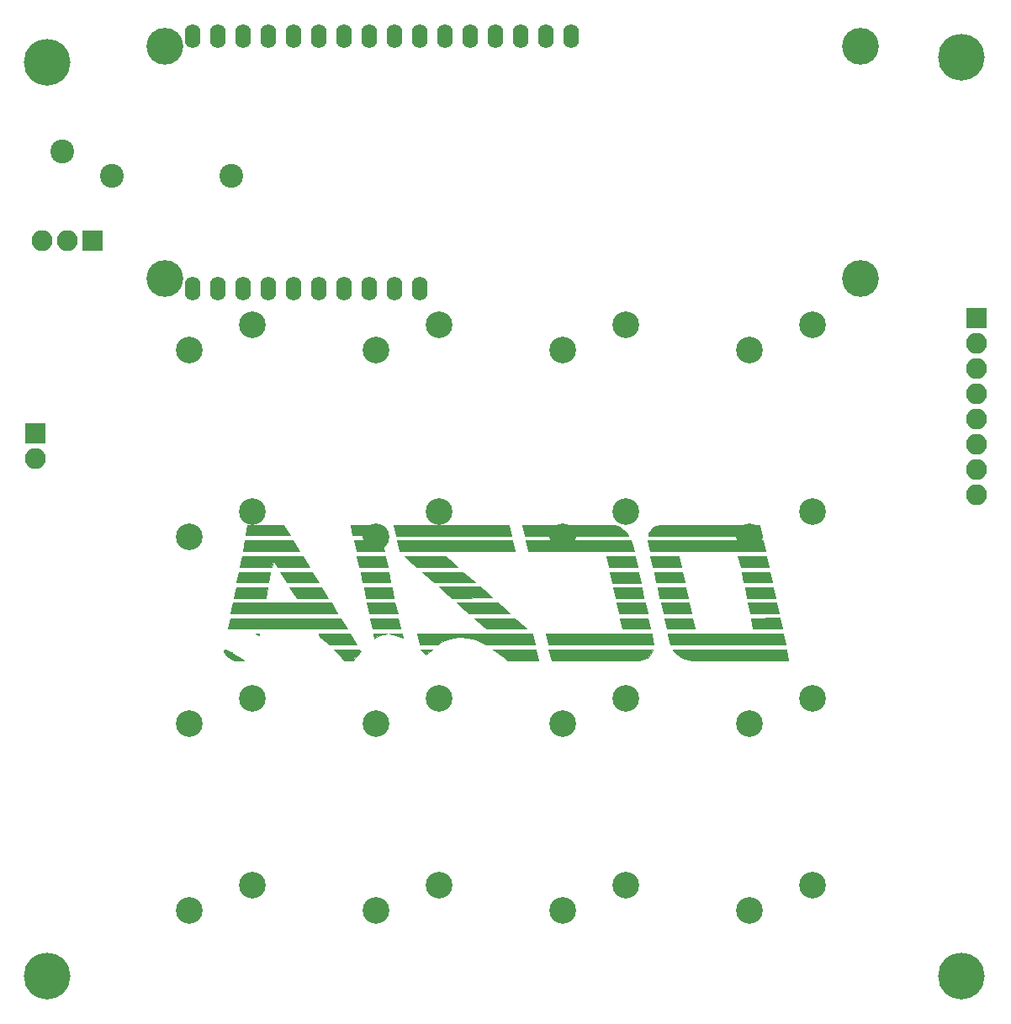
<source format=gbs>
G04 #@! TF.GenerationSoftware,KiCad,Pcbnew,(2017-12-24 revision 570866557)-makepkg*
G04 #@! TF.CreationDate,2018-02-26T21:37:48-07:00*
G04 #@! TF.ProjectId,KeyGridTest1,4B65794772696454657374312E6B6963,rev?*
G04 #@! TF.SameCoordinates,Original*
G04 #@! TF.FileFunction,Soldermask,Bot*
G04 #@! TF.FilePolarity,Negative*
%FSLAX46Y46*%
G04 Gerber Fmt 4.6, Leading zero omitted, Abs format (unit mm)*
G04 Created by KiCad (PCBNEW (2017-12-24 revision 570866557)-makepkg) date 02/26/18 21:37:48*
%MOMM*%
%LPD*%
G01*
G04 APERTURE LIST*
%ADD10O,1.600000X2.400000*%
%ADD11C,3.702000*%
%ADD12C,2.686000*%
%ADD13C,4.700000*%
%ADD14R,2.100000X2.100000*%
%ADD15O,2.100000X2.100000*%
%ADD16C,2.398980*%
%ADD17C,2.400000*%
%ADD18C,0.100000*%
G04 APERTURE END LIST*
D10*
X114655600Y-45364400D03*
X114655600Y-70764400D03*
X117195600Y-45364400D03*
X117195600Y-70764400D03*
X119735600Y-45364400D03*
X119735600Y-70764400D03*
X122275600Y-45364400D03*
X122275600Y-70764400D03*
X124815600Y-45364400D03*
X124815600Y-70764400D03*
X127355600Y-45364400D03*
X127355600Y-70764400D03*
X129895600Y-45364400D03*
X129895600Y-70764400D03*
X132435600Y-45364400D03*
X132435600Y-70764400D03*
X134975600Y-45364400D03*
X134975600Y-70764400D03*
X137515600Y-45364400D03*
X137515600Y-70764400D03*
X140055600Y-45364400D03*
X142595600Y-45364400D03*
X145135600Y-45364400D03*
X147675600Y-45364400D03*
X150215600Y-45364400D03*
X152755600Y-45364400D03*
D11*
X181861600Y-46380400D03*
X181861600Y-69748400D03*
X111861600Y-69748400D03*
X111861600Y-46380400D03*
D12*
X120624600Y-74447400D03*
X114274600Y-76987400D03*
X139420600Y-112039400D03*
X133070600Y-114579400D03*
X158216600Y-130835400D03*
X151866600Y-133375400D03*
X177012600Y-130835400D03*
X170662600Y-133375400D03*
X120624600Y-130835400D03*
X114274600Y-133375400D03*
X139420600Y-130835400D03*
X133070600Y-133375400D03*
X158216600Y-112039400D03*
X151866600Y-114579400D03*
X177012600Y-112039400D03*
X170662600Y-114579400D03*
X177012600Y-93243400D03*
X170662600Y-95783400D03*
X139420600Y-93243400D03*
X133070600Y-95783400D03*
X120624600Y-93243400D03*
X114274600Y-95783400D03*
X120624600Y-112039400D03*
X114274600Y-114579400D03*
X139420600Y-74447400D03*
X133070600Y-76987400D03*
X158216600Y-74447400D03*
X151866600Y-76987400D03*
X177012600Y-74447400D03*
X170662600Y-76987400D03*
D13*
X192000000Y-47500000D03*
D14*
X104500000Y-66000000D03*
D15*
X101960000Y-66000000D03*
X99420000Y-66000000D03*
D16*
X118500000Y-59500000D03*
D13*
X192000000Y-140000000D03*
X100000000Y-140000000D03*
X100000000Y-48000000D03*
D14*
X193500000Y-73800000D03*
D15*
X193500000Y-76340000D03*
X193500000Y-78880000D03*
X193500000Y-81420000D03*
X193500000Y-83960000D03*
X193500000Y-86500000D03*
X193500000Y-89040000D03*
X193500000Y-91580000D03*
D14*
X98800000Y-85400000D03*
D15*
X98800000Y-87940000D03*
D17*
X106500000Y-59500000D03*
X101500000Y-57000000D03*
D12*
X151866600Y-95783400D03*
X158216600Y-93243400D03*
D18*
G36*
X124411031Y-95650000D02*
X119912037Y-95650000D01*
X120140298Y-94600000D01*
X123771901Y-94600000D01*
X124411031Y-95650000D01*
X124411031Y-95650000D01*
G37*
X124411031Y-95650000D02*
X119912037Y-95650000D01*
X120140298Y-94600000D01*
X123771901Y-94600000D01*
X124411031Y-95650000D01*
G36*
X125409787Y-97250000D02*
X119659023Y-97250000D01*
X119842357Y-96150000D01*
X124722287Y-96150000D01*
X125409787Y-97250000D01*
X125409787Y-97250000D01*
G37*
X125409787Y-97250000D02*
X119659023Y-97250000D01*
X119842357Y-96150000D01*
X124722287Y-96150000D01*
X125409787Y-97250000D01*
G36*
X126359787Y-98800000D02*
X123126033Y-98800000D01*
X122790962Y-98321327D01*
X122776871Y-98307834D01*
X122758689Y-98300761D01*
X122739185Y-98301184D01*
X122721327Y-98309038D01*
X122707834Y-98323129D01*
X122702109Y-98335633D01*
X122562799Y-98800000D01*
X119361490Y-98800000D01*
X119590657Y-97700000D01*
X125672287Y-97700000D01*
X126359787Y-98800000D01*
X126359787Y-98800000D01*
G37*
X126359787Y-98800000D02*
X123126033Y-98800000D01*
X122790962Y-98321327D01*
X122776871Y-98307834D01*
X122758689Y-98300761D01*
X122739185Y-98301184D01*
X122721327Y-98309038D01*
X122707834Y-98323129D01*
X122702109Y-98335633D01*
X122562799Y-98800000D01*
X119361490Y-98800000D01*
X119590657Y-97700000D01*
X125672287Y-97700000D01*
X126359787Y-98800000D01*
G36*
X122257945Y-100350000D02*
X119059447Y-100350000D01*
X119242055Y-99300000D01*
X122440553Y-99300000D01*
X122257945Y-100350000D01*
X122257945Y-100350000D01*
G37*
X122257945Y-100350000D02*
X119059447Y-100350000D01*
X119242055Y-99300000D01*
X122440553Y-99300000D01*
X122257945Y-100350000D01*
G36*
X127311031Y-100350000D02*
X124078099Y-100350000D01*
X123438969Y-99300000D01*
X126671901Y-99300000D01*
X127311031Y-100350000D01*
X127311031Y-100350000D01*
G37*
X127311031Y-100350000D02*
X124078099Y-100350000D01*
X123438969Y-99300000D01*
X126671901Y-99300000D01*
X127311031Y-100350000D01*
G36*
X128259787Y-101950000D02*
X125077712Y-101950000D01*
X124390212Y-100850000D01*
X127572287Y-100850000D01*
X128259787Y-101950000D01*
X128259787Y-101950000D01*
G37*
X128259787Y-101950000D02*
X125077712Y-101950000D01*
X124390212Y-100850000D01*
X127572287Y-100850000D01*
X128259787Y-101950000D01*
G36*
X121957643Y-101950000D02*
X118761490Y-101950000D01*
X118990657Y-100850000D01*
X122140977Y-100850000D01*
X121957643Y-101950000D01*
X121957643Y-101950000D01*
G37*
X121957643Y-101950000D02*
X118761490Y-101950000D01*
X118990657Y-100850000D01*
X122140977Y-100850000D01*
X121957643Y-101950000D01*
G36*
X129212948Y-103500000D02*
X118461490Y-103500000D01*
X118690657Y-102400000D01*
X128571281Y-102400000D01*
X129212948Y-103500000D01*
X129212948Y-103500000D01*
G37*
X129212948Y-103500000D02*
X118461490Y-103500000D01*
X118690657Y-102400000D01*
X128571281Y-102400000D01*
X129212948Y-103500000D01*
G36*
X130161031Y-105050000D02*
X118162037Y-105050000D01*
X118390298Y-104000000D01*
X129521901Y-104000000D01*
X130161031Y-105050000D01*
X130161031Y-105050000D01*
G37*
X130161031Y-105050000D02*
X118162037Y-105050000D01*
X118390298Y-104000000D01*
X129521901Y-104000000D01*
X130161031Y-105050000D01*
G36*
X121262236Y-105722446D02*
X120946084Y-105550000D01*
X121290977Y-105550000D01*
X121262236Y-105722446D01*
X121262236Y-105722446D01*
G37*
X121262236Y-105722446D02*
X120946084Y-105550000D01*
X121290977Y-105550000D01*
X121262236Y-105722446D01*
G36*
X118529185Y-107345494D02*
X118600000Y-107380902D01*
X118600000Y-107450000D01*
X118603806Y-107469134D01*
X118614645Y-107485355D01*
X118625193Y-107493412D01*
X118974710Y-107693136D01*
X119472067Y-107991550D01*
X119750000Y-108200000D01*
X118761803Y-108200000D01*
X118375149Y-108006673D01*
X118085360Y-107813480D01*
X117842965Y-107474128D01*
X117752393Y-107292984D01*
X117790990Y-107100000D01*
X117939999Y-107100000D01*
X118529185Y-107345494D01*
X118529185Y-107345494D01*
G37*
X118529185Y-107345494D02*
X118600000Y-107380902D01*
X118600000Y-107450000D01*
X118603806Y-107469134D01*
X118614645Y-107485355D01*
X118625193Y-107493412D01*
X118974710Y-107693136D01*
X119472067Y-107991550D01*
X119750000Y-108200000D01*
X118761803Y-108200000D01*
X118375149Y-108006673D01*
X118085360Y-107813480D01*
X117842965Y-107474128D01*
X117752393Y-107292984D01*
X117790990Y-107100000D01*
X117939999Y-107100000D01*
X118529185Y-107345494D01*
G36*
X131111031Y-106600000D02*
X128320710Y-106600000D01*
X128085355Y-106364645D01*
X128080697Y-106360532D01*
X127630697Y-106010532D01*
X127630000Y-106010000D01*
X127439442Y-105867082D01*
X127280901Y-105550000D01*
X130471901Y-105550000D01*
X131111031Y-106600000D01*
X131111031Y-106600000D01*
G37*
X131111031Y-106600000D02*
X128320710Y-106600000D01*
X128085355Y-106364645D01*
X128080697Y-106360532D01*
X127630697Y-106010532D01*
X127630000Y-106010000D01*
X127439442Y-105867082D01*
X127280901Y-105550000D01*
X130471901Y-105550000D01*
X131111031Y-106600000D01*
G36*
X131539093Y-107295671D02*
X130912815Y-108066475D01*
X130779290Y-108200000D01*
X129870710Y-108200000D01*
X129786721Y-108116011D01*
X129487963Y-107767460D01*
X129485355Y-107764645D01*
X129036961Y-107316251D01*
X128856752Y-107100000D01*
X131421690Y-107100000D01*
X131539093Y-107295671D01*
X131539093Y-107295671D01*
G37*
X131539093Y-107295671D02*
X130912815Y-108066475D01*
X130779290Y-108200000D01*
X129870710Y-108200000D01*
X129786721Y-108116011D01*
X129487963Y-107767460D01*
X129485355Y-107764645D01*
X129036961Y-107316251D01*
X128856752Y-107100000D01*
X131421690Y-107100000D01*
X131539093Y-107295671D01*
G36*
X133537963Y-95650000D02*
X130740298Y-95650000D01*
X130512037Y-94600000D01*
X133309702Y-94600000D01*
X133537963Y-95650000D01*
X133537963Y-95650000D01*
G37*
X133537963Y-95650000D02*
X130740298Y-95650000D01*
X130512037Y-94600000D01*
X133309702Y-94600000D01*
X133537963Y-95650000D01*
G36*
X133885961Y-97250000D02*
X131090657Y-97250000D01*
X130861490Y-96150000D01*
X133610961Y-96150000D01*
X133885961Y-97250000D01*
X133885961Y-97250000D01*
G37*
X133885961Y-97250000D02*
X131090657Y-97250000D01*
X130861490Y-96150000D01*
X133610961Y-96150000D01*
X133885961Y-97250000D01*
G36*
X134237963Y-98800000D02*
X131390298Y-98800000D01*
X131162037Y-97750000D01*
X134009702Y-97750000D01*
X134237963Y-98800000D01*
X134237963Y-98800000D01*
G37*
X134237963Y-98800000D02*
X131390298Y-98800000D01*
X131162037Y-97750000D01*
X134009702Y-97750000D01*
X134237963Y-98800000D01*
G36*
X134537963Y-100350000D02*
X131740298Y-100350000D01*
X131512037Y-99300000D01*
X134309702Y-99300000D01*
X134537963Y-100350000D01*
X134537963Y-100350000D01*
G37*
X134537963Y-100350000D02*
X131740298Y-100350000D01*
X131512037Y-99300000D01*
X134309702Y-99300000D01*
X134537963Y-100350000D01*
G36*
X134888510Y-101950000D02*
X132090657Y-101950000D01*
X131861490Y-100850000D01*
X134659343Y-100850000D01*
X134888510Y-101950000D01*
X134888510Y-101950000D01*
G37*
X134888510Y-101950000D02*
X132090657Y-101950000D01*
X131861490Y-100850000D01*
X134659343Y-100850000D01*
X134888510Y-101950000D01*
G36*
X135235961Y-103500000D02*
X132390657Y-103500000D01*
X132161490Y-102400000D01*
X134960961Y-102400000D01*
X135235961Y-103500000D01*
X135235961Y-103500000D01*
G37*
X135235961Y-103500000D02*
X132390657Y-103500000D01*
X132161490Y-102400000D01*
X134960961Y-102400000D01*
X135235961Y-103500000D01*
G36*
X135537963Y-105050000D02*
X132740298Y-105050000D01*
X132512037Y-104000000D01*
X135309702Y-104000000D01*
X135537963Y-105050000D01*
X135537963Y-105050000D01*
G37*
X135537963Y-105050000D02*
X132740298Y-105050000D01*
X132512037Y-104000000D01*
X135309702Y-104000000D01*
X135537963Y-105050000D01*
G36*
X135772338Y-105955269D02*
X135768570Y-105953576D01*
X135518570Y-105853576D01*
X135515811Y-105852566D01*
X134765811Y-105602566D01*
X134758220Y-105600680D01*
X134458220Y-105550680D01*
X134450000Y-105550000D01*
X135661810Y-105550000D01*
X135772338Y-105955269D01*
X135772338Y-105955269D01*
G37*
X135772338Y-105955269D02*
X135768570Y-105953576D01*
X135518570Y-105853576D01*
X135515811Y-105852566D01*
X134765811Y-105602566D01*
X134758220Y-105600680D01*
X134458220Y-105550680D01*
X134450000Y-105550000D01*
X135661810Y-105550000D01*
X135772338Y-105955269D01*
G36*
X133792929Y-105600503D02*
X133784189Y-105602566D01*
X133484189Y-105702566D01*
X133477639Y-105705279D01*
X133277639Y-105805279D01*
X133274275Y-105807125D01*
X133024275Y-105957125D01*
X133014645Y-105964645D01*
X132928435Y-106050855D01*
X132812853Y-105550000D01*
X134150000Y-105550000D01*
X134142929Y-105550503D01*
X133792929Y-105600503D01*
X133792929Y-105600503D01*
G37*
X133792929Y-105600503D02*
X133784189Y-105602566D01*
X133484189Y-105702566D01*
X133477639Y-105705279D01*
X133277639Y-105805279D01*
X133274275Y-105807125D01*
X133024275Y-105957125D01*
X133014645Y-105964645D01*
X132928435Y-106050855D01*
X132812853Y-105550000D01*
X134150000Y-105550000D01*
X134142929Y-105550503D01*
X133792929Y-105600503D01*
G36*
X138102435Y-107631725D02*
X137570710Y-107100000D01*
X138715964Y-107100000D01*
X138102435Y-107631725D01*
X138102435Y-107631725D01*
G37*
X138102435Y-107631725D02*
X137570710Y-107100000D01*
X138715964Y-107100000D01*
X138102435Y-107631725D01*
G36*
X149038510Y-106650000D02*
X144163850Y-106650000D01*
X143925725Y-106507125D01*
X143922361Y-106505279D01*
X143522361Y-106305279D01*
X143517556Y-106303184D01*
X143117556Y-106153184D01*
X143113736Y-106151924D01*
X142763736Y-106051924D01*
X142760847Y-106051191D01*
X142310847Y-105951191D01*
X142303835Y-105950147D01*
X141653835Y-105900147D01*
X141650000Y-105900000D01*
X141350000Y-105900000D01*
X141343798Y-105900386D01*
X140943798Y-105950386D01*
X140939153Y-105951191D01*
X140489153Y-106051191D01*
X140484189Y-106052566D01*
X140034189Y-106202566D01*
X140027639Y-106205279D01*
X139627639Y-106405279D01*
X139622265Y-106408397D01*
X139334861Y-106600000D01*
X137440298Y-106600000D01*
X137212037Y-105550000D01*
X148809343Y-105550000D01*
X149038510Y-106650000D01*
X149038510Y-106650000D01*
G37*
X149038510Y-106650000D02*
X144163850Y-106650000D01*
X143925725Y-106507125D01*
X143922361Y-106505279D01*
X143522361Y-106305279D01*
X143517556Y-106303184D01*
X143117556Y-106153184D01*
X143113736Y-106151924D01*
X142763736Y-106051924D01*
X142760847Y-106051191D01*
X142310847Y-105951191D01*
X142303835Y-105950147D01*
X141653835Y-105900147D01*
X141650000Y-105900000D01*
X141350000Y-105900000D01*
X141343798Y-105900386D01*
X140943798Y-105950386D01*
X140939153Y-105951191D01*
X140489153Y-106051191D01*
X140484189Y-106052566D01*
X140034189Y-106202566D01*
X140027639Y-106205279D01*
X139627639Y-106405279D01*
X139622265Y-106408397D01*
X139334861Y-106600000D01*
X137440298Y-106600000D01*
X137212037Y-105550000D01*
X148809343Y-105550000D01*
X149038510Y-106650000D01*
G36*
X149388510Y-108200000D02*
X146268497Y-108200000D01*
X145932540Y-107912037D01*
X145929409Y-107909563D01*
X145379409Y-107509563D01*
X145379062Y-107509313D01*
X144806024Y-107100000D01*
X149159343Y-107100000D01*
X149388510Y-108200000D01*
X149388510Y-108200000D01*
G37*
X149388510Y-108200000D02*
X146268497Y-108200000D01*
X145932540Y-107912037D01*
X145929409Y-107909563D01*
X145379409Y-107509563D01*
X145379062Y-107509313D01*
X144806024Y-107100000D01*
X149159343Y-107100000D01*
X149388510Y-108200000D01*
G36*
X148268014Y-105050000D02*
X144168942Y-105050000D01*
X142981986Y-104000000D01*
X147081058Y-104000000D01*
X148268014Y-105050000D01*
X148268014Y-105050000D01*
G37*
X148268014Y-105050000D02*
X144168942Y-105050000D01*
X142981986Y-104000000D01*
X147081058Y-104000000D01*
X148268014Y-105050000D01*
G36*
X146522118Y-103500000D02*
X142419549Y-103500000D01*
X141227882Y-102400000D01*
X145330451Y-102400000D01*
X146522118Y-103500000D01*
X146522118Y-103500000D01*
G37*
X146522118Y-103500000D02*
X142419549Y-103500000D01*
X141227882Y-102400000D01*
X145330451Y-102400000D01*
X146522118Y-103500000D01*
G36*
X144770204Y-101901523D02*
X140669343Y-101949769D01*
X139427593Y-100800000D01*
X143530991Y-100800000D01*
X144770204Y-101901523D01*
X144770204Y-101901523D01*
G37*
X144770204Y-101901523D02*
X140669343Y-101949769D01*
X139427593Y-100800000D01*
X143530991Y-100800000D01*
X144770204Y-101901523D01*
G36*
X143064200Y-100350000D02*
X138918942Y-100350000D01*
X137731986Y-99300000D01*
X141831591Y-99300000D01*
X143064200Y-100350000D01*
X143064200Y-100350000D01*
G37*
X143064200Y-100350000D02*
X138918942Y-100350000D01*
X137731986Y-99300000D01*
X141831591Y-99300000D01*
X143064200Y-100350000D01*
G36*
X141272118Y-98800000D02*
X137169549Y-98800000D01*
X135977882Y-97700000D01*
X140080451Y-97700000D01*
X141272118Y-98800000D01*
X141272118Y-98800000D01*
G37*
X141272118Y-98800000D02*
X137169549Y-98800000D01*
X135977882Y-97700000D01*
X140080451Y-97700000D01*
X141272118Y-98800000D01*
G36*
X147038510Y-97250000D02*
X135440657Y-97250000D01*
X135211490Y-96150000D01*
X146809343Y-96150000D01*
X147038510Y-97250000D01*
X147038510Y-97250000D01*
G37*
X147038510Y-97250000D02*
X135440657Y-97250000D01*
X135211490Y-96150000D01*
X146809343Y-96150000D01*
X147038510Y-97250000D01*
G36*
X146735961Y-95700000D02*
X135090657Y-95700000D01*
X134861490Y-94600000D01*
X146460961Y-94600000D01*
X146735961Y-95700000D01*
X146735961Y-95700000D01*
G37*
X146735961Y-95700000D02*
X135090657Y-95700000D01*
X134861490Y-94600000D01*
X146460961Y-94600000D01*
X146735961Y-95700000D01*
G36*
X157330446Y-94696414D02*
X157674710Y-94893136D01*
X157922067Y-95041550D01*
X158115328Y-95186496D01*
X158359876Y-95479953D01*
X158506574Y-95700000D01*
X148089039Y-95700000D01*
X147814039Y-94600000D01*
X156992998Y-94600000D01*
X157330446Y-94696414D01*
X157330446Y-94696414D01*
G37*
X157330446Y-94696414D02*
X157674710Y-94893136D01*
X157922067Y-95041550D01*
X158115328Y-95186496D01*
X158359876Y-95479953D01*
X158506574Y-95700000D01*
X148089039Y-95700000D01*
X147814039Y-94600000D01*
X156992998Y-94600000D01*
X157330446Y-94696414D01*
G36*
X158851569Y-96363551D02*
X158900680Y-96658220D01*
X158901280Y-96661243D01*
X159037147Y-97250000D01*
X148390657Y-97250000D01*
X148161490Y-96150000D01*
X158766148Y-96150000D01*
X158851569Y-96363551D01*
X158851569Y-96363551D01*
G37*
X158851569Y-96363551D02*
X158900680Y-96658220D01*
X158901280Y-96661243D01*
X159037147Y-97250000D01*
X148390657Y-97250000D01*
X148161490Y-96150000D01*
X158766148Y-96150000D01*
X158851569Y-96363551D01*
G36*
X159388510Y-98800000D02*
X156540298Y-98800000D01*
X156311811Y-97748960D01*
X159159488Y-97700694D01*
X159388510Y-98800000D01*
X159388510Y-98800000D01*
G37*
X159388510Y-98800000D02*
X156540298Y-98800000D01*
X156311811Y-97748960D01*
X159159488Y-97700694D01*
X159388510Y-98800000D01*
G36*
X159735961Y-100400000D02*
X156889039Y-100400000D01*
X156614039Y-99300000D01*
X159460961Y-99300000D01*
X159735961Y-100400000D01*
X159735961Y-100400000D01*
G37*
X159735961Y-100400000D02*
X156889039Y-100400000D01*
X156614039Y-99300000D01*
X159460961Y-99300000D01*
X159735961Y-100400000D01*
G36*
X160038510Y-101950000D02*
X157190657Y-101950000D01*
X156961490Y-100850000D01*
X159809343Y-100850000D01*
X160038510Y-101950000D01*
X160038510Y-101950000D01*
G37*
X160038510Y-101950000D02*
X157190657Y-101950000D01*
X156961490Y-100850000D01*
X159809343Y-100850000D01*
X160038510Y-101950000D01*
G36*
X160388510Y-103500000D02*
X157540657Y-103500000D01*
X157311490Y-102400000D01*
X160159343Y-102400000D01*
X160388510Y-103500000D01*
X160388510Y-103500000D01*
G37*
X160388510Y-103500000D02*
X157540657Y-103500000D01*
X157311490Y-102400000D01*
X160159343Y-102400000D01*
X160388510Y-103500000D01*
G36*
X160687963Y-105050000D02*
X157840298Y-105050000D01*
X157612037Y-104000000D01*
X160459702Y-104000000D01*
X160687963Y-105050000D01*
X160687963Y-105050000D01*
G37*
X160687963Y-105050000D02*
X157840298Y-105050000D01*
X157612037Y-104000000D01*
X160459702Y-104000000D01*
X160687963Y-105050000D01*
G36*
X160950612Y-106258013D02*
X160993361Y-106600000D01*
X150390298Y-106600000D01*
X150162037Y-105550000D01*
X160809010Y-105550000D01*
X160950612Y-106258013D01*
X160950612Y-106258013D01*
G37*
X160950612Y-106258013D02*
X160993361Y-106600000D01*
X150390298Y-106600000D01*
X150162037Y-105550000D01*
X160809010Y-105550000D01*
X160950612Y-106258013D01*
G36*
X160853201Y-107381796D02*
X160708907Y-107670383D01*
X160517160Y-107862130D01*
X160325291Y-108006031D01*
X160085691Y-108101872D01*
X159841547Y-108150701D01*
X159496450Y-108200000D01*
X150739039Y-108200000D01*
X150464039Y-107100000D01*
X160933714Y-107100000D01*
X160853201Y-107381796D01*
X160853201Y-107381796D01*
G37*
X160853201Y-107381796D02*
X160708907Y-107670383D01*
X160517160Y-107862130D01*
X160325291Y-108006031D01*
X160085691Y-108101872D01*
X159841547Y-108150701D01*
X159496450Y-108200000D01*
X150739039Y-108200000D01*
X150464039Y-107100000D01*
X160933714Y-107100000D01*
X160853201Y-107381796D01*
G36*
X171938510Y-95700000D02*
X160469371Y-95700000D01*
X160546966Y-95467215D01*
X160644491Y-95223404D01*
X160738859Y-95081851D01*
X160882840Y-94937870D01*
X161076394Y-94792705D01*
X161267451Y-94697176D01*
X161656155Y-94600000D01*
X171709343Y-94600000D01*
X171938510Y-95700000D01*
X171938510Y-95700000D01*
G37*
X171938510Y-95700000D02*
X160469371Y-95700000D01*
X160546966Y-95467215D01*
X160644491Y-95223404D01*
X160738859Y-95081851D01*
X160882840Y-94937870D01*
X161076394Y-94792705D01*
X161267451Y-94697176D01*
X161656155Y-94600000D01*
X171709343Y-94600000D01*
X171938510Y-95700000D01*
G36*
X172285961Y-97250000D02*
X160640990Y-97250000D01*
X160499454Y-96542320D01*
X160455863Y-96150000D01*
X172010961Y-96150000D01*
X172285961Y-97250000D01*
X172285961Y-97250000D01*
G37*
X172285961Y-97250000D02*
X160640990Y-97250000D01*
X160499454Y-96542320D01*
X160455863Y-96150000D01*
X172010961Y-96150000D01*
X172285961Y-97250000D01*
G36*
X172588510Y-98800000D02*
X169788630Y-98800000D01*
X169514434Y-97748915D01*
X172359488Y-97700694D01*
X172588510Y-98800000D01*
X172588510Y-98800000D01*
G37*
X172588510Y-98800000D02*
X169788630Y-98800000D01*
X169514434Y-97748915D01*
X172359488Y-97700694D01*
X172588510Y-98800000D01*
G36*
X172937963Y-100350000D02*
X170090298Y-100350000D01*
X169862037Y-99300000D01*
X172709702Y-99300000D01*
X172937963Y-100350000D01*
X172937963Y-100350000D01*
G37*
X172937963Y-100350000D02*
X170090298Y-100350000D01*
X169862037Y-99300000D01*
X172709702Y-99300000D01*
X172937963Y-100350000D01*
G36*
X173288510Y-101950000D02*
X170440657Y-101950000D01*
X170211490Y-100850000D01*
X173059343Y-100850000D01*
X173288510Y-101950000D01*
X173288510Y-101950000D01*
G37*
X173288510Y-101950000D02*
X170440657Y-101950000D01*
X170211490Y-100850000D01*
X173059343Y-100850000D01*
X173288510Y-101950000D01*
G36*
X173588510Y-103500000D02*
X170740657Y-103500000D01*
X170511490Y-102400000D01*
X173359343Y-102400000D01*
X173588510Y-103500000D01*
X173588510Y-103500000D01*
G37*
X173588510Y-103500000D02*
X170740657Y-103500000D01*
X170511490Y-102400000D01*
X173359343Y-102400000D01*
X173588510Y-103500000D01*
G36*
X173938510Y-105050000D02*
X171042055Y-105050000D01*
X170859273Y-103999003D01*
X173709488Y-103950694D01*
X173938510Y-105050000D01*
X173938510Y-105050000D01*
G37*
X173938510Y-105050000D02*
X171042055Y-105050000D01*
X170859273Y-103999003D01*
X173709488Y-103950694D01*
X173938510Y-105050000D01*
G36*
X174287963Y-106600000D02*
X162686929Y-106600000D01*
X162498533Y-105987714D01*
X162410990Y-105550000D01*
X174059702Y-105550000D01*
X174287963Y-106600000D01*
X174287963Y-106600000D01*
G37*
X174287963Y-106600000D02*
X162686929Y-106600000D01*
X162498533Y-105987714D01*
X162410990Y-105550000D01*
X174059702Y-105550000D01*
X174287963Y-106600000D01*
G36*
X174588510Y-108200000D02*
X164952495Y-108200000D01*
X164460521Y-108150803D01*
X163872166Y-107954684D01*
X163579535Y-107759597D01*
X163333395Y-107562685D01*
X163039710Y-107269000D01*
X162938310Y-107100000D01*
X174359343Y-107100000D01*
X174588510Y-108200000D01*
X174588510Y-108200000D01*
G37*
X174588510Y-108200000D02*
X164952495Y-108200000D01*
X164460521Y-108150803D01*
X163872166Y-107954684D01*
X163579535Y-107759597D01*
X163333395Y-107562685D01*
X163039710Y-107269000D01*
X162938310Y-107100000D01*
X174359343Y-107100000D01*
X174588510Y-108200000D01*
G36*
X165137604Y-105001068D02*
X162340146Y-105049300D01*
X162112037Y-104000000D01*
X164910088Y-104000000D01*
X165137604Y-105001068D01*
X165137604Y-105001068D01*
G37*
X165137604Y-105001068D02*
X162340146Y-105049300D01*
X162112037Y-104000000D01*
X164910088Y-104000000D01*
X165137604Y-105001068D01*
G36*
X164788510Y-103500000D02*
X161990657Y-103500000D01*
X161761490Y-102400000D01*
X164559343Y-102400000D01*
X164788510Y-103500000D01*
X164788510Y-103500000D01*
G37*
X164788510Y-103500000D02*
X161990657Y-103500000D01*
X161761490Y-102400000D01*
X164559343Y-102400000D01*
X164788510Y-103500000D01*
G36*
X164488510Y-101950000D02*
X161640657Y-101950000D01*
X161411490Y-100850000D01*
X164259343Y-100850000D01*
X164488510Y-101950000D01*
X164488510Y-101950000D01*
G37*
X164488510Y-101950000D02*
X161640657Y-101950000D01*
X161411490Y-100850000D01*
X164259343Y-100850000D01*
X164488510Y-101950000D01*
G36*
X164137963Y-100350000D02*
X161290298Y-100350000D01*
X161062037Y-99300000D01*
X163909702Y-99300000D01*
X164137963Y-100350000D01*
X164137963Y-100350000D01*
G37*
X164137963Y-100350000D02*
X161290298Y-100350000D01*
X161062037Y-99300000D01*
X163909702Y-99300000D01*
X164137963Y-100350000D01*
G36*
X163787963Y-98800000D02*
X160940298Y-98800000D01*
X160712037Y-97750000D01*
X163559702Y-97750000D01*
X163787963Y-98800000D01*
X163787963Y-98800000D01*
G37*
X163787963Y-98800000D02*
X160940298Y-98800000D01*
X160712037Y-97750000D01*
X163559702Y-97750000D01*
X163787963Y-98800000D01*
M02*

</source>
